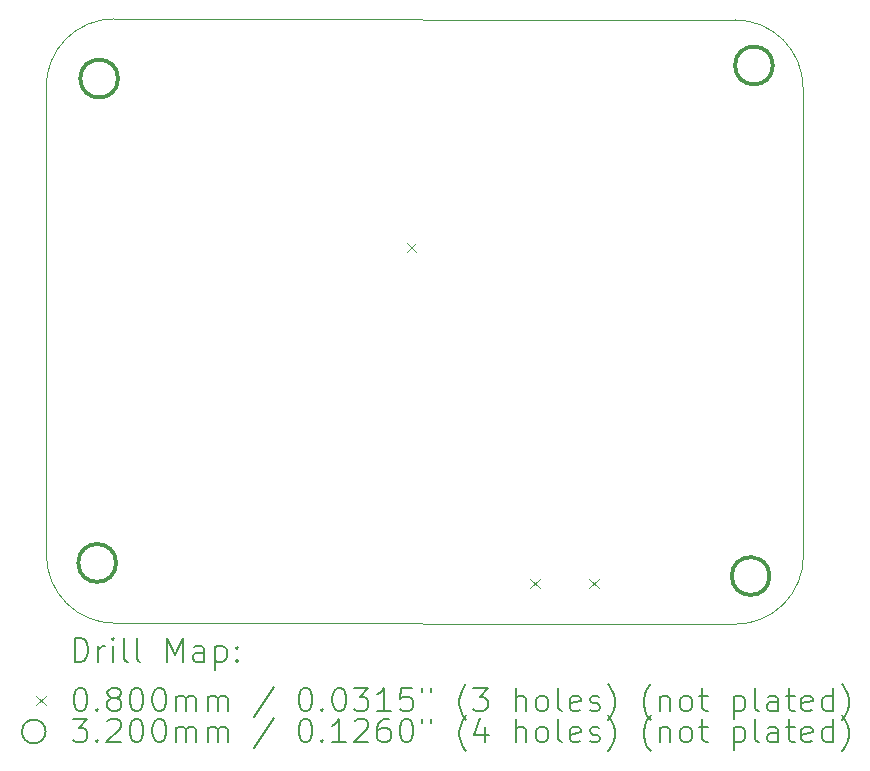
<source format=gbr>
%TF.GenerationSoftware,KiCad,Pcbnew,7.0.2*%
%TF.CreationDate,2023-11-25T19:49:49-03:00*%
%TF.ProjectId,Schematic_monitor,53636865-6d61-4746-9963-5f6d6f6e6974,rev?*%
%TF.SameCoordinates,Original*%
%TF.FileFunction,Drillmap*%
%TF.FilePolarity,Positive*%
%FSLAX45Y45*%
G04 Gerber Fmt 4.5, Leading zero omitted, Abs format (unit mm)*
G04 Created by KiCad (PCBNEW 7.0.2) date 2023-11-25 19:49:49*
%MOMM*%
%LPD*%
G01*
G04 APERTURE LIST*
%ADD10C,0.100000*%
%ADD11C,0.200000*%
%ADD12C,0.080000*%
%ADD13C,0.320000*%
G04 APERTURE END LIST*
D10*
X12301658Y-15585636D02*
X12298999Y-11621999D01*
X18708132Y-11630859D02*
X18710792Y-15594496D01*
X12301658Y-15585636D02*
G75*
G03*
X12877954Y-16161932I576292J-4D01*
G01*
X18708127Y-11630859D02*
G75*
G03*
X18131836Y-11054563I-576287J9D01*
G01*
X12875295Y-11045703D02*
G75*
G03*
X12298999Y-11621999I-3J-576293D01*
G01*
X18131836Y-11054563D02*
X12875295Y-11045703D01*
X18134496Y-16170792D02*
G75*
G03*
X18710792Y-15594496I4J576292D01*
G01*
X12877954Y-16161932D02*
X18134496Y-16170792D01*
D11*
D12*
X15352000Y-12941000D02*
X15432000Y-13021000D01*
X15432000Y-12941000D02*
X15352000Y-13021000D01*
X16396292Y-15784996D02*
X16476292Y-15864996D01*
X16476292Y-15784996D02*
X16396292Y-15864996D01*
X16896292Y-15784996D02*
X16976292Y-15864996D01*
X16976292Y-15784996D02*
X16896292Y-15864996D01*
D13*
X12890792Y-15652496D02*
G75*
G03*
X12890792Y-15652496I-160000J0D01*
G01*
X12907792Y-11551496D02*
G75*
G03*
X12907792Y-11551496I-160000J0D01*
G01*
X18423792Y-15763496D02*
G75*
G03*
X18423792Y-15763496I-160000J0D01*
G01*
X18451792Y-11440496D02*
G75*
G03*
X18451792Y-11440496I-160000J0D01*
G01*
D11*
X12541618Y-16488316D02*
X12541618Y-16288316D01*
X12541618Y-16288316D02*
X12589237Y-16288316D01*
X12589237Y-16288316D02*
X12617808Y-16297840D01*
X12617808Y-16297840D02*
X12636856Y-16316887D01*
X12636856Y-16316887D02*
X12646380Y-16335935D01*
X12646380Y-16335935D02*
X12655903Y-16374030D01*
X12655903Y-16374030D02*
X12655903Y-16402601D01*
X12655903Y-16402601D02*
X12646380Y-16440697D01*
X12646380Y-16440697D02*
X12636856Y-16459744D01*
X12636856Y-16459744D02*
X12617808Y-16478792D01*
X12617808Y-16478792D02*
X12589237Y-16488316D01*
X12589237Y-16488316D02*
X12541618Y-16488316D01*
X12741618Y-16488316D02*
X12741618Y-16354982D01*
X12741618Y-16393078D02*
X12751142Y-16374030D01*
X12751142Y-16374030D02*
X12760665Y-16364506D01*
X12760665Y-16364506D02*
X12779713Y-16354982D01*
X12779713Y-16354982D02*
X12798761Y-16354982D01*
X12865427Y-16488316D02*
X12865427Y-16354982D01*
X12865427Y-16288316D02*
X12855903Y-16297840D01*
X12855903Y-16297840D02*
X12865427Y-16307363D01*
X12865427Y-16307363D02*
X12874951Y-16297840D01*
X12874951Y-16297840D02*
X12865427Y-16288316D01*
X12865427Y-16288316D02*
X12865427Y-16307363D01*
X12989237Y-16488316D02*
X12970189Y-16478792D01*
X12970189Y-16478792D02*
X12960665Y-16459744D01*
X12960665Y-16459744D02*
X12960665Y-16288316D01*
X13093999Y-16488316D02*
X13074951Y-16478792D01*
X13074951Y-16478792D02*
X13065427Y-16459744D01*
X13065427Y-16459744D02*
X13065427Y-16288316D01*
X13322570Y-16488316D02*
X13322570Y-16288316D01*
X13322570Y-16288316D02*
X13389237Y-16431173D01*
X13389237Y-16431173D02*
X13455903Y-16288316D01*
X13455903Y-16288316D02*
X13455903Y-16488316D01*
X13636856Y-16488316D02*
X13636856Y-16383554D01*
X13636856Y-16383554D02*
X13627332Y-16364506D01*
X13627332Y-16364506D02*
X13608284Y-16354982D01*
X13608284Y-16354982D02*
X13570189Y-16354982D01*
X13570189Y-16354982D02*
X13551142Y-16364506D01*
X13636856Y-16478792D02*
X13617808Y-16488316D01*
X13617808Y-16488316D02*
X13570189Y-16488316D01*
X13570189Y-16488316D02*
X13551142Y-16478792D01*
X13551142Y-16478792D02*
X13541618Y-16459744D01*
X13541618Y-16459744D02*
X13541618Y-16440697D01*
X13541618Y-16440697D02*
X13551142Y-16421649D01*
X13551142Y-16421649D02*
X13570189Y-16412125D01*
X13570189Y-16412125D02*
X13617808Y-16412125D01*
X13617808Y-16412125D02*
X13636856Y-16402601D01*
X13732094Y-16354982D02*
X13732094Y-16554982D01*
X13732094Y-16364506D02*
X13751142Y-16354982D01*
X13751142Y-16354982D02*
X13789237Y-16354982D01*
X13789237Y-16354982D02*
X13808284Y-16364506D01*
X13808284Y-16364506D02*
X13817808Y-16374030D01*
X13817808Y-16374030D02*
X13827332Y-16393078D01*
X13827332Y-16393078D02*
X13827332Y-16450220D01*
X13827332Y-16450220D02*
X13817808Y-16469268D01*
X13817808Y-16469268D02*
X13808284Y-16478792D01*
X13808284Y-16478792D02*
X13789237Y-16488316D01*
X13789237Y-16488316D02*
X13751142Y-16488316D01*
X13751142Y-16488316D02*
X13732094Y-16478792D01*
X13913046Y-16469268D02*
X13922570Y-16478792D01*
X13922570Y-16478792D02*
X13913046Y-16488316D01*
X13913046Y-16488316D02*
X13903523Y-16478792D01*
X13903523Y-16478792D02*
X13913046Y-16469268D01*
X13913046Y-16469268D02*
X13913046Y-16488316D01*
X13913046Y-16364506D02*
X13922570Y-16374030D01*
X13922570Y-16374030D02*
X13913046Y-16383554D01*
X13913046Y-16383554D02*
X13903523Y-16374030D01*
X13903523Y-16374030D02*
X13913046Y-16364506D01*
X13913046Y-16364506D02*
X13913046Y-16383554D01*
D12*
X12213999Y-16775792D02*
X12293999Y-16855792D01*
X12293999Y-16775792D02*
X12213999Y-16855792D01*
D11*
X12579713Y-16708316D02*
X12598761Y-16708316D01*
X12598761Y-16708316D02*
X12617808Y-16717840D01*
X12617808Y-16717840D02*
X12627332Y-16727363D01*
X12627332Y-16727363D02*
X12636856Y-16746411D01*
X12636856Y-16746411D02*
X12646380Y-16784506D01*
X12646380Y-16784506D02*
X12646380Y-16832125D01*
X12646380Y-16832125D02*
X12636856Y-16870221D01*
X12636856Y-16870221D02*
X12627332Y-16889268D01*
X12627332Y-16889268D02*
X12617808Y-16898792D01*
X12617808Y-16898792D02*
X12598761Y-16908316D01*
X12598761Y-16908316D02*
X12579713Y-16908316D01*
X12579713Y-16908316D02*
X12560665Y-16898792D01*
X12560665Y-16898792D02*
X12551142Y-16889268D01*
X12551142Y-16889268D02*
X12541618Y-16870221D01*
X12541618Y-16870221D02*
X12532094Y-16832125D01*
X12532094Y-16832125D02*
X12532094Y-16784506D01*
X12532094Y-16784506D02*
X12541618Y-16746411D01*
X12541618Y-16746411D02*
X12551142Y-16727363D01*
X12551142Y-16727363D02*
X12560665Y-16717840D01*
X12560665Y-16717840D02*
X12579713Y-16708316D01*
X12732094Y-16889268D02*
X12741618Y-16898792D01*
X12741618Y-16898792D02*
X12732094Y-16908316D01*
X12732094Y-16908316D02*
X12722570Y-16898792D01*
X12722570Y-16898792D02*
X12732094Y-16889268D01*
X12732094Y-16889268D02*
X12732094Y-16908316D01*
X12855903Y-16794030D02*
X12836856Y-16784506D01*
X12836856Y-16784506D02*
X12827332Y-16774982D01*
X12827332Y-16774982D02*
X12817808Y-16755935D01*
X12817808Y-16755935D02*
X12817808Y-16746411D01*
X12817808Y-16746411D02*
X12827332Y-16727363D01*
X12827332Y-16727363D02*
X12836856Y-16717840D01*
X12836856Y-16717840D02*
X12855903Y-16708316D01*
X12855903Y-16708316D02*
X12893999Y-16708316D01*
X12893999Y-16708316D02*
X12913046Y-16717840D01*
X12913046Y-16717840D02*
X12922570Y-16727363D01*
X12922570Y-16727363D02*
X12932094Y-16746411D01*
X12932094Y-16746411D02*
X12932094Y-16755935D01*
X12932094Y-16755935D02*
X12922570Y-16774982D01*
X12922570Y-16774982D02*
X12913046Y-16784506D01*
X12913046Y-16784506D02*
X12893999Y-16794030D01*
X12893999Y-16794030D02*
X12855903Y-16794030D01*
X12855903Y-16794030D02*
X12836856Y-16803554D01*
X12836856Y-16803554D02*
X12827332Y-16813078D01*
X12827332Y-16813078D02*
X12817808Y-16832125D01*
X12817808Y-16832125D02*
X12817808Y-16870221D01*
X12817808Y-16870221D02*
X12827332Y-16889268D01*
X12827332Y-16889268D02*
X12836856Y-16898792D01*
X12836856Y-16898792D02*
X12855903Y-16908316D01*
X12855903Y-16908316D02*
X12893999Y-16908316D01*
X12893999Y-16908316D02*
X12913046Y-16898792D01*
X12913046Y-16898792D02*
X12922570Y-16889268D01*
X12922570Y-16889268D02*
X12932094Y-16870221D01*
X12932094Y-16870221D02*
X12932094Y-16832125D01*
X12932094Y-16832125D02*
X12922570Y-16813078D01*
X12922570Y-16813078D02*
X12913046Y-16803554D01*
X12913046Y-16803554D02*
X12893999Y-16794030D01*
X13055903Y-16708316D02*
X13074951Y-16708316D01*
X13074951Y-16708316D02*
X13093999Y-16717840D01*
X13093999Y-16717840D02*
X13103523Y-16727363D01*
X13103523Y-16727363D02*
X13113046Y-16746411D01*
X13113046Y-16746411D02*
X13122570Y-16784506D01*
X13122570Y-16784506D02*
X13122570Y-16832125D01*
X13122570Y-16832125D02*
X13113046Y-16870221D01*
X13113046Y-16870221D02*
X13103523Y-16889268D01*
X13103523Y-16889268D02*
X13093999Y-16898792D01*
X13093999Y-16898792D02*
X13074951Y-16908316D01*
X13074951Y-16908316D02*
X13055903Y-16908316D01*
X13055903Y-16908316D02*
X13036856Y-16898792D01*
X13036856Y-16898792D02*
X13027332Y-16889268D01*
X13027332Y-16889268D02*
X13017808Y-16870221D01*
X13017808Y-16870221D02*
X13008284Y-16832125D01*
X13008284Y-16832125D02*
X13008284Y-16784506D01*
X13008284Y-16784506D02*
X13017808Y-16746411D01*
X13017808Y-16746411D02*
X13027332Y-16727363D01*
X13027332Y-16727363D02*
X13036856Y-16717840D01*
X13036856Y-16717840D02*
X13055903Y-16708316D01*
X13246380Y-16708316D02*
X13265427Y-16708316D01*
X13265427Y-16708316D02*
X13284475Y-16717840D01*
X13284475Y-16717840D02*
X13293999Y-16727363D01*
X13293999Y-16727363D02*
X13303523Y-16746411D01*
X13303523Y-16746411D02*
X13313046Y-16784506D01*
X13313046Y-16784506D02*
X13313046Y-16832125D01*
X13313046Y-16832125D02*
X13303523Y-16870221D01*
X13303523Y-16870221D02*
X13293999Y-16889268D01*
X13293999Y-16889268D02*
X13284475Y-16898792D01*
X13284475Y-16898792D02*
X13265427Y-16908316D01*
X13265427Y-16908316D02*
X13246380Y-16908316D01*
X13246380Y-16908316D02*
X13227332Y-16898792D01*
X13227332Y-16898792D02*
X13217808Y-16889268D01*
X13217808Y-16889268D02*
X13208284Y-16870221D01*
X13208284Y-16870221D02*
X13198761Y-16832125D01*
X13198761Y-16832125D02*
X13198761Y-16784506D01*
X13198761Y-16784506D02*
X13208284Y-16746411D01*
X13208284Y-16746411D02*
X13217808Y-16727363D01*
X13217808Y-16727363D02*
X13227332Y-16717840D01*
X13227332Y-16717840D02*
X13246380Y-16708316D01*
X13398761Y-16908316D02*
X13398761Y-16774982D01*
X13398761Y-16794030D02*
X13408284Y-16784506D01*
X13408284Y-16784506D02*
X13427332Y-16774982D01*
X13427332Y-16774982D02*
X13455904Y-16774982D01*
X13455904Y-16774982D02*
X13474951Y-16784506D01*
X13474951Y-16784506D02*
X13484475Y-16803554D01*
X13484475Y-16803554D02*
X13484475Y-16908316D01*
X13484475Y-16803554D02*
X13493999Y-16784506D01*
X13493999Y-16784506D02*
X13513046Y-16774982D01*
X13513046Y-16774982D02*
X13541618Y-16774982D01*
X13541618Y-16774982D02*
X13560665Y-16784506D01*
X13560665Y-16784506D02*
X13570189Y-16803554D01*
X13570189Y-16803554D02*
X13570189Y-16908316D01*
X13665427Y-16908316D02*
X13665427Y-16774982D01*
X13665427Y-16794030D02*
X13674951Y-16784506D01*
X13674951Y-16784506D02*
X13693999Y-16774982D01*
X13693999Y-16774982D02*
X13722570Y-16774982D01*
X13722570Y-16774982D02*
X13741618Y-16784506D01*
X13741618Y-16784506D02*
X13751142Y-16803554D01*
X13751142Y-16803554D02*
X13751142Y-16908316D01*
X13751142Y-16803554D02*
X13760665Y-16784506D01*
X13760665Y-16784506D02*
X13779713Y-16774982D01*
X13779713Y-16774982D02*
X13808284Y-16774982D01*
X13808284Y-16774982D02*
X13827332Y-16784506D01*
X13827332Y-16784506D02*
X13836856Y-16803554D01*
X13836856Y-16803554D02*
X13836856Y-16908316D01*
X14227332Y-16698792D02*
X14055904Y-16955935D01*
X14484475Y-16708316D02*
X14503523Y-16708316D01*
X14503523Y-16708316D02*
X14522570Y-16717840D01*
X14522570Y-16717840D02*
X14532094Y-16727363D01*
X14532094Y-16727363D02*
X14541618Y-16746411D01*
X14541618Y-16746411D02*
X14551142Y-16784506D01*
X14551142Y-16784506D02*
X14551142Y-16832125D01*
X14551142Y-16832125D02*
X14541618Y-16870221D01*
X14541618Y-16870221D02*
X14532094Y-16889268D01*
X14532094Y-16889268D02*
X14522570Y-16898792D01*
X14522570Y-16898792D02*
X14503523Y-16908316D01*
X14503523Y-16908316D02*
X14484475Y-16908316D01*
X14484475Y-16908316D02*
X14465427Y-16898792D01*
X14465427Y-16898792D02*
X14455904Y-16889268D01*
X14455904Y-16889268D02*
X14446380Y-16870221D01*
X14446380Y-16870221D02*
X14436856Y-16832125D01*
X14436856Y-16832125D02*
X14436856Y-16784506D01*
X14436856Y-16784506D02*
X14446380Y-16746411D01*
X14446380Y-16746411D02*
X14455904Y-16727363D01*
X14455904Y-16727363D02*
X14465427Y-16717840D01*
X14465427Y-16717840D02*
X14484475Y-16708316D01*
X14636856Y-16889268D02*
X14646380Y-16898792D01*
X14646380Y-16898792D02*
X14636856Y-16908316D01*
X14636856Y-16908316D02*
X14627332Y-16898792D01*
X14627332Y-16898792D02*
X14636856Y-16889268D01*
X14636856Y-16889268D02*
X14636856Y-16908316D01*
X14770189Y-16708316D02*
X14789237Y-16708316D01*
X14789237Y-16708316D02*
X14808285Y-16717840D01*
X14808285Y-16717840D02*
X14817808Y-16727363D01*
X14817808Y-16727363D02*
X14827332Y-16746411D01*
X14827332Y-16746411D02*
X14836856Y-16784506D01*
X14836856Y-16784506D02*
X14836856Y-16832125D01*
X14836856Y-16832125D02*
X14827332Y-16870221D01*
X14827332Y-16870221D02*
X14817808Y-16889268D01*
X14817808Y-16889268D02*
X14808285Y-16898792D01*
X14808285Y-16898792D02*
X14789237Y-16908316D01*
X14789237Y-16908316D02*
X14770189Y-16908316D01*
X14770189Y-16908316D02*
X14751142Y-16898792D01*
X14751142Y-16898792D02*
X14741618Y-16889268D01*
X14741618Y-16889268D02*
X14732094Y-16870221D01*
X14732094Y-16870221D02*
X14722570Y-16832125D01*
X14722570Y-16832125D02*
X14722570Y-16784506D01*
X14722570Y-16784506D02*
X14732094Y-16746411D01*
X14732094Y-16746411D02*
X14741618Y-16727363D01*
X14741618Y-16727363D02*
X14751142Y-16717840D01*
X14751142Y-16717840D02*
X14770189Y-16708316D01*
X14903523Y-16708316D02*
X15027332Y-16708316D01*
X15027332Y-16708316D02*
X14960666Y-16784506D01*
X14960666Y-16784506D02*
X14989237Y-16784506D01*
X14989237Y-16784506D02*
X15008285Y-16794030D01*
X15008285Y-16794030D02*
X15017808Y-16803554D01*
X15017808Y-16803554D02*
X15027332Y-16822602D01*
X15027332Y-16822602D02*
X15027332Y-16870221D01*
X15027332Y-16870221D02*
X15017808Y-16889268D01*
X15017808Y-16889268D02*
X15008285Y-16898792D01*
X15008285Y-16898792D02*
X14989237Y-16908316D01*
X14989237Y-16908316D02*
X14932094Y-16908316D01*
X14932094Y-16908316D02*
X14913047Y-16898792D01*
X14913047Y-16898792D02*
X14903523Y-16889268D01*
X15217808Y-16908316D02*
X15103523Y-16908316D01*
X15160666Y-16908316D02*
X15160666Y-16708316D01*
X15160666Y-16708316D02*
X15141618Y-16736887D01*
X15141618Y-16736887D02*
X15122570Y-16755935D01*
X15122570Y-16755935D02*
X15103523Y-16765459D01*
X15398761Y-16708316D02*
X15303523Y-16708316D01*
X15303523Y-16708316D02*
X15293999Y-16803554D01*
X15293999Y-16803554D02*
X15303523Y-16794030D01*
X15303523Y-16794030D02*
X15322570Y-16784506D01*
X15322570Y-16784506D02*
X15370189Y-16784506D01*
X15370189Y-16784506D02*
X15389237Y-16794030D01*
X15389237Y-16794030D02*
X15398761Y-16803554D01*
X15398761Y-16803554D02*
X15408285Y-16822602D01*
X15408285Y-16822602D02*
X15408285Y-16870221D01*
X15408285Y-16870221D02*
X15398761Y-16889268D01*
X15398761Y-16889268D02*
X15389237Y-16898792D01*
X15389237Y-16898792D02*
X15370189Y-16908316D01*
X15370189Y-16908316D02*
X15322570Y-16908316D01*
X15322570Y-16908316D02*
X15303523Y-16898792D01*
X15303523Y-16898792D02*
X15293999Y-16889268D01*
X15484475Y-16708316D02*
X15484475Y-16746411D01*
X15560666Y-16708316D02*
X15560666Y-16746411D01*
X15855904Y-16984506D02*
X15846380Y-16974982D01*
X15846380Y-16974982D02*
X15827332Y-16946411D01*
X15827332Y-16946411D02*
X15817809Y-16927363D01*
X15817809Y-16927363D02*
X15808285Y-16898792D01*
X15808285Y-16898792D02*
X15798761Y-16851173D01*
X15798761Y-16851173D02*
X15798761Y-16813078D01*
X15798761Y-16813078D02*
X15808285Y-16765459D01*
X15808285Y-16765459D02*
X15817809Y-16736887D01*
X15817809Y-16736887D02*
X15827332Y-16717840D01*
X15827332Y-16717840D02*
X15846380Y-16689268D01*
X15846380Y-16689268D02*
X15855904Y-16679744D01*
X15913047Y-16708316D02*
X16036856Y-16708316D01*
X16036856Y-16708316D02*
X15970189Y-16784506D01*
X15970189Y-16784506D02*
X15998761Y-16784506D01*
X15998761Y-16784506D02*
X16017809Y-16794030D01*
X16017809Y-16794030D02*
X16027332Y-16803554D01*
X16027332Y-16803554D02*
X16036856Y-16822602D01*
X16036856Y-16822602D02*
X16036856Y-16870221D01*
X16036856Y-16870221D02*
X16027332Y-16889268D01*
X16027332Y-16889268D02*
X16017809Y-16898792D01*
X16017809Y-16898792D02*
X15998761Y-16908316D01*
X15998761Y-16908316D02*
X15941618Y-16908316D01*
X15941618Y-16908316D02*
X15922570Y-16898792D01*
X15922570Y-16898792D02*
X15913047Y-16889268D01*
X16274951Y-16908316D02*
X16274951Y-16708316D01*
X16360666Y-16908316D02*
X16360666Y-16803554D01*
X16360666Y-16803554D02*
X16351142Y-16784506D01*
X16351142Y-16784506D02*
X16332094Y-16774982D01*
X16332094Y-16774982D02*
X16303523Y-16774982D01*
X16303523Y-16774982D02*
X16284475Y-16784506D01*
X16284475Y-16784506D02*
X16274951Y-16794030D01*
X16484475Y-16908316D02*
X16465428Y-16898792D01*
X16465428Y-16898792D02*
X16455904Y-16889268D01*
X16455904Y-16889268D02*
X16446380Y-16870221D01*
X16446380Y-16870221D02*
X16446380Y-16813078D01*
X16446380Y-16813078D02*
X16455904Y-16794030D01*
X16455904Y-16794030D02*
X16465428Y-16784506D01*
X16465428Y-16784506D02*
X16484475Y-16774982D01*
X16484475Y-16774982D02*
X16513047Y-16774982D01*
X16513047Y-16774982D02*
X16532094Y-16784506D01*
X16532094Y-16784506D02*
X16541618Y-16794030D01*
X16541618Y-16794030D02*
X16551142Y-16813078D01*
X16551142Y-16813078D02*
X16551142Y-16870221D01*
X16551142Y-16870221D02*
X16541618Y-16889268D01*
X16541618Y-16889268D02*
X16532094Y-16898792D01*
X16532094Y-16898792D02*
X16513047Y-16908316D01*
X16513047Y-16908316D02*
X16484475Y-16908316D01*
X16665428Y-16908316D02*
X16646380Y-16898792D01*
X16646380Y-16898792D02*
X16636856Y-16879744D01*
X16636856Y-16879744D02*
X16636856Y-16708316D01*
X16817809Y-16898792D02*
X16798761Y-16908316D01*
X16798761Y-16908316D02*
X16760666Y-16908316D01*
X16760666Y-16908316D02*
X16741618Y-16898792D01*
X16741618Y-16898792D02*
X16732094Y-16879744D01*
X16732094Y-16879744D02*
X16732094Y-16803554D01*
X16732094Y-16803554D02*
X16741618Y-16784506D01*
X16741618Y-16784506D02*
X16760666Y-16774982D01*
X16760666Y-16774982D02*
X16798761Y-16774982D01*
X16798761Y-16774982D02*
X16817809Y-16784506D01*
X16817809Y-16784506D02*
X16827333Y-16803554D01*
X16827333Y-16803554D02*
X16827333Y-16822602D01*
X16827333Y-16822602D02*
X16732094Y-16841649D01*
X16903523Y-16898792D02*
X16922571Y-16908316D01*
X16922571Y-16908316D02*
X16960666Y-16908316D01*
X16960666Y-16908316D02*
X16979714Y-16898792D01*
X16979714Y-16898792D02*
X16989237Y-16879744D01*
X16989237Y-16879744D02*
X16989237Y-16870221D01*
X16989237Y-16870221D02*
X16979714Y-16851173D01*
X16979714Y-16851173D02*
X16960666Y-16841649D01*
X16960666Y-16841649D02*
X16932094Y-16841649D01*
X16932094Y-16841649D02*
X16913047Y-16832125D01*
X16913047Y-16832125D02*
X16903523Y-16813078D01*
X16903523Y-16813078D02*
X16903523Y-16803554D01*
X16903523Y-16803554D02*
X16913047Y-16784506D01*
X16913047Y-16784506D02*
X16932094Y-16774982D01*
X16932094Y-16774982D02*
X16960666Y-16774982D01*
X16960666Y-16774982D02*
X16979714Y-16784506D01*
X17055904Y-16984506D02*
X17065428Y-16974982D01*
X17065428Y-16974982D02*
X17084475Y-16946411D01*
X17084475Y-16946411D02*
X17093999Y-16927363D01*
X17093999Y-16927363D02*
X17103523Y-16898792D01*
X17103523Y-16898792D02*
X17113047Y-16851173D01*
X17113047Y-16851173D02*
X17113047Y-16813078D01*
X17113047Y-16813078D02*
X17103523Y-16765459D01*
X17103523Y-16765459D02*
X17093999Y-16736887D01*
X17093999Y-16736887D02*
X17084475Y-16717840D01*
X17084475Y-16717840D02*
X17065428Y-16689268D01*
X17065428Y-16689268D02*
X17055904Y-16679744D01*
X17417809Y-16984506D02*
X17408285Y-16974982D01*
X17408285Y-16974982D02*
X17389237Y-16946411D01*
X17389237Y-16946411D02*
X17379714Y-16927363D01*
X17379714Y-16927363D02*
X17370190Y-16898792D01*
X17370190Y-16898792D02*
X17360666Y-16851173D01*
X17360666Y-16851173D02*
X17360666Y-16813078D01*
X17360666Y-16813078D02*
X17370190Y-16765459D01*
X17370190Y-16765459D02*
X17379714Y-16736887D01*
X17379714Y-16736887D02*
X17389237Y-16717840D01*
X17389237Y-16717840D02*
X17408285Y-16689268D01*
X17408285Y-16689268D02*
X17417809Y-16679744D01*
X17493999Y-16774982D02*
X17493999Y-16908316D01*
X17493999Y-16794030D02*
X17503523Y-16784506D01*
X17503523Y-16784506D02*
X17522571Y-16774982D01*
X17522571Y-16774982D02*
X17551142Y-16774982D01*
X17551142Y-16774982D02*
X17570190Y-16784506D01*
X17570190Y-16784506D02*
X17579714Y-16803554D01*
X17579714Y-16803554D02*
X17579714Y-16908316D01*
X17703523Y-16908316D02*
X17684475Y-16898792D01*
X17684475Y-16898792D02*
X17674952Y-16889268D01*
X17674952Y-16889268D02*
X17665428Y-16870221D01*
X17665428Y-16870221D02*
X17665428Y-16813078D01*
X17665428Y-16813078D02*
X17674952Y-16794030D01*
X17674952Y-16794030D02*
X17684475Y-16784506D01*
X17684475Y-16784506D02*
X17703523Y-16774982D01*
X17703523Y-16774982D02*
X17732095Y-16774982D01*
X17732095Y-16774982D02*
X17751142Y-16784506D01*
X17751142Y-16784506D02*
X17760666Y-16794030D01*
X17760666Y-16794030D02*
X17770190Y-16813078D01*
X17770190Y-16813078D02*
X17770190Y-16870221D01*
X17770190Y-16870221D02*
X17760666Y-16889268D01*
X17760666Y-16889268D02*
X17751142Y-16898792D01*
X17751142Y-16898792D02*
X17732095Y-16908316D01*
X17732095Y-16908316D02*
X17703523Y-16908316D01*
X17827333Y-16774982D02*
X17903523Y-16774982D01*
X17855904Y-16708316D02*
X17855904Y-16879744D01*
X17855904Y-16879744D02*
X17865428Y-16898792D01*
X17865428Y-16898792D02*
X17884475Y-16908316D01*
X17884475Y-16908316D02*
X17903523Y-16908316D01*
X18122571Y-16774982D02*
X18122571Y-16974982D01*
X18122571Y-16784506D02*
X18141618Y-16774982D01*
X18141618Y-16774982D02*
X18179714Y-16774982D01*
X18179714Y-16774982D02*
X18198761Y-16784506D01*
X18198761Y-16784506D02*
X18208285Y-16794030D01*
X18208285Y-16794030D02*
X18217809Y-16813078D01*
X18217809Y-16813078D02*
X18217809Y-16870221D01*
X18217809Y-16870221D02*
X18208285Y-16889268D01*
X18208285Y-16889268D02*
X18198761Y-16898792D01*
X18198761Y-16898792D02*
X18179714Y-16908316D01*
X18179714Y-16908316D02*
X18141618Y-16908316D01*
X18141618Y-16908316D02*
X18122571Y-16898792D01*
X18332095Y-16908316D02*
X18313047Y-16898792D01*
X18313047Y-16898792D02*
X18303523Y-16879744D01*
X18303523Y-16879744D02*
X18303523Y-16708316D01*
X18493999Y-16908316D02*
X18493999Y-16803554D01*
X18493999Y-16803554D02*
X18484476Y-16784506D01*
X18484476Y-16784506D02*
X18465428Y-16774982D01*
X18465428Y-16774982D02*
X18427333Y-16774982D01*
X18427333Y-16774982D02*
X18408285Y-16784506D01*
X18493999Y-16898792D02*
X18474952Y-16908316D01*
X18474952Y-16908316D02*
X18427333Y-16908316D01*
X18427333Y-16908316D02*
X18408285Y-16898792D01*
X18408285Y-16898792D02*
X18398761Y-16879744D01*
X18398761Y-16879744D02*
X18398761Y-16860697D01*
X18398761Y-16860697D02*
X18408285Y-16841649D01*
X18408285Y-16841649D02*
X18427333Y-16832125D01*
X18427333Y-16832125D02*
X18474952Y-16832125D01*
X18474952Y-16832125D02*
X18493999Y-16822602D01*
X18560666Y-16774982D02*
X18636856Y-16774982D01*
X18589237Y-16708316D02*
X18589237Y-16879744D01*
X18589237Y-16879744D02*
X18598761Y-16898792D01*
X18598761Y-16898792D02*
X18617809Y-16908316D01*
X18617809Y-16908316D02*
X18636856Y-16908316D01*
X18779714Y-16898792D02*
X18760666Y-16908316D01*
X18760666Y-16908316D02*
X18722571Y-16908316D01*
X18722571Y-16908316D02*
X18703523Y-16898792D01*
X18703523Y-16898792D02*
X18693999Y-16879744D01*
X18693999Y-16879744D02*
X18693999Y-16803554D01*
X18693999Y-16803554D02*
X18703523Y-16784506D01*
X18703523Y-16784506D02*
X18722571Y-16774982D01*
X18722571Y-16774982D02*
X18760666Y-16774982D01*
X18760666Y-16774982D02*
X18779714Y-16784506D01*
X18779714Y-16784506D02*
X18789237Y-16803554D01*
X18789237Y-16803554D02*
X18789237Y-16822602D01*
X18789237Y-16822602D02*
X18693999Y-16841649D01*
X18960666Y-16908316D02*
X18960666Y-16708316D01*
X18960666Y-16898792D02*
X18941618Y-16908316D01*
X18941618Y-16908316D02*
X18903523Y-16908316D01*
X18903523Y-16908316D02*
X18884476Y-16898792D01*
X18884476Y-16898792D02*
X18874952Y-16889268D01*
X18874952Y-16889268D02*
X18865428Y-16870221D01*
X18865428Y-16870221D02*
X18865428Y-16813078D01*
X18865428Y-16813078D02*
X18874952Y-16794030D01*
X18874952Y-16794030D02*
X18884476Y-16784506D01*
X18884476Y-16784506D02*
X18903523Y-16774982D01*
X18903523Y-16774982D02*
X18941618Y-16774982D01*
X18941618Y-16774982D02*
X18960666Y-16784506D01*
X19036857Y-16984506D02*
X19046380Y-16974982D01*
X19046380Y-16974982D02*
X19065428Y-16946411D01*
X19065428Y-16946411D02*
X19074952Y-16927363D01*
X19074952Y-16927363D02*
X19084476Y-16898792D01*
X19084476Y-16898792D02*
X19093999Y-16851173D01*
X19093999Y-16851173D02*
X19093999Y-16813078D01*
X19093999Y-16813078D02*
X19084476Y-16765459D01*
X19084476Y-16765459D02*
X19074952Y-16736887D01*
X19074952Y-16736887D02*
X19065428Y-16717840D01*
X19065428Y-16717840D02*
X19046380Y-16689268D01*
X19046380Y-16689268D02*
X19036857Y-16679744D01*
X12293999Y-17079792D02*
G75*
G03*
X12293999Y-17079792I-100000J0D01*
G01*
X12522570Y-16972316D02*
X12646380Y-16972316D01*
X12646380Y-16972316D02*
X12579713Y-17048506D01*
X12579713Y-17048506D02*
X12608284Y-17048506D01*
X12608284Y-17048506D02*
X12627332Y-17058030D01*
X12627332Y-17058030D02*
X12636856Y-17067554D01*
X12636856Y-17067554D02*
X12646380Y-17086602D01*
X12646380Y-17086602D02*
X12646380Y-17134221D01*
X12646380Y-17134221D02*
X12636856Y-17153268D01*
X12636856Y-17153268D02*
X12627332Y-17162792D01*
X12627332Y-17162792D02*
X12608284Y-17172316D01*
X12608284Y-17172316D02*
X12551142Y-17172316D01*
X12551142Y-17172316D02*
X12532094Y-17162792D01*
X12532094Y-17162792D02*
X12522570Y-17153268D01*
X12732094Y-17153268D02*
X12741618Y-17162792D01*
X12741618Y-17162792D02*
X12732094Y-17172316D01*
X12732094Y-17172316D02*
X12722570Y-17162792D01*
X12722570Y-17162792D02*
X12732094Y-17153268D01*
X12732094Y-17153268D02*
X12732094Y-17172316D01*
X12817808Y-16991363D02*
X12827332Y-16981840D01*
X12827332Y-16981840D02*
X12846380Y-16972316D01*
X12846380Y-16972316D02*
X12893999Y-16972316D01*
X12893999Y-16972316D02*
X12913046Y-16981840D01*
X12913046Y-16981840D02*
X12922570Y-16991363D01*
X12922570Y-16991363D02*
X12932094Y-17010411D01*
X12932094Y-17010411D02*
X12932094Y-17029459D01*
X12932094Y-17029459D02*
X12922570Y-17058030D01*
X12922570Y-17058030D02*
X12808284Y-17172316D01*
X12808284Y-17172316D02*
X12932094Y-17172316D01*
X13055903Y-16972316D02*
X13074951Y-16972316D01*
X13074951Y-16972316D02*
X13093999Y-16981840D01*
X13093999Y-16981840D02*
X13103523Y-16991363D01*
X13103523Y-16991363D02*
X13113046Y-17010411D01*
X13113046Y-17010411D02*
X13122570Y-17048506D01*
X13122570Y-17048506D02*
X13122570Y-17096125D01*
X13122570Y-17096125D02*
X13113046Y-17134221D01*
X13113046Y-17134221D02*
X13103523Y-17153268D01*
X13103523Y-17153268D02*
X13093999Y-17162792D01*
X13093999Y-17162792D02*
X13074951Y-17172316D01*
X13074951Y-17172316D02*
X13055903Y-17172316D01*
X13055903Y-17172316D02*
X13036856Y-17162792D01*
X13036856Y-17162792D02*
X13027332Y-17153268D01*
X13027332Y-17153268D02*
X13017808Y-17134221D01*
X13017808Y-17134221D02*
X13008284Y-17096125D01*
X13008284Y-17096125D02*
X13008284Y-17048506D01*
X13008284Y-17048506D02*
X13017808Y-17010411D01*
X13017808Y-17010411D02*
X13027332Y-16991363D01*
X13027332Y-16991363D02*
X13036856Y-16981840D01*
X13036856Y-16981840D02*
X13055903Y-16972316D01*
X13246380Y-16972316D02*
X13265427Y-16972316D01*
X13265427Y-16972316D02*
X13284475Y-16981840D01*
X13284475Y-16981840D02*
X13293999Y-16991363D01*
X13293999Y-16991363D02*
X13303523Y-17010411D01*
X13303523Y-17010411D02*
X13313046Y-17048506D01*
X13313046Y-17048506D02*
X13313046Y-17096125D01*
X13313046Y-17096125D02*
X13303523Y-17134221D01*
X13303523Y-17134221D02*
X13293999Y-17153268D01*
X13293999Y-17153268D02*
X13284475Y-17162792D01*
X13284475Y-17162792D02*
X13265427Y-17172316D01*
X13265427Y-17172316D02*
X13246380Y-17172316D01*
X13246380Y-17172316D02*
X13227332Y-17162792D01*
X13227332Y-17162792D02*
X13217808Y-17153268D01*
X13217808Y-17153268D02*
X13208284Y-17134221D01*
X13208284Y-17134221D02*
X13198761Y-17096125D01*
X13198761Y-17096125D02*
X13198761Y-17048506D01*
X13198761Y-17048506D02*
X13208284Y-17010411D01*
X13208284Y-17010411D02*
X13217808Y-16991363D01*
X13217808Y-16991363D02*
X13227332Y-16981840D01*
X13227332Y-16981840D02*
X13246380Y-16972316D01*
X13398761Y-17172316D02*
X13398761Y-17038982D01*
X13398761Y-17058030D02*
X13408284Y-17048506D01*
X13408284Y-17048506D02*
X13427332Y-17038982D01*
X13427332Y-17038982D02*
X13455904Y-17038982D01*
X13455904Y-17038982D02*
X13474951Y-17048506D01*
X13474951Y-17048506D02*
X13484475Y-17067554D01*
X13484475Y-17067554D02*
X13484475Y-17172316D01*
X13484475Y-17067554D02*
X13493999Y-17048506D01*
X13493999Y-17048506D02*
X13513046Y-17038982D01*
X13513046Y-17038982D02*
X13541618Y-17038982D01*
X13541618Y-17038982D02*
X13560665Y-17048506D01*
X13560665Y-17048506D02*
X13570189Y-17067554D01*
X13570189Y-17067554D02*
X13570189Y-17172316D01*
X13665427Y-17172316D02*
X13665427Y-17038982D01*
X13665427Y-17058030D02*
X13674951Y-17048506D01*
X13674951Y-17048506D02*
X13693999Y-17038982D01*
X13693999Y-17038982D02*
X13722570Y-17038982D01*
X13722570Y-17038982D02*
X13741618Y-17048506D01*
X13741618Y-17048506D02*
X13751142Y-17067554D01*
X13751142Y-17067554D02*
X13751142Y-17172316D01*
X13751142Y-17067554D02*
X13760665Y-17048506D01*
X13760665Y-17048506D02*
X13779713Y-17038982D01*
X13779713Y-17038982D02*
X13808284Y-17038982D01*
X13808284Y-17038982D02*
X13827332Y-17048506D01*
X13827332Y-17048506D02*
X13836856Y-17067554D01*
X13836856Y-17067554D02*
X13836856Y-17172316D01*
X14227332Y-16962792D02*
X14055904Y-17219935D01*
X14484475Y-16972316D02*
X14503523Y-16972316D01*
X14503523Y-16972316D02*
X14522570Y-16981840D01*
X14522570Y-16981840D02*
X14532094Y-16991363D01*
X14532094Y-16991363D02*
X14541618Y-17010411D01*
X14541618Y-17010411D02*
X14551142Y-17048506D01*
X14551142Y-17048506D02*
X14551142Y-17096125D01*
X14551142Y-17096125D02*
X14541618Y-17134221D01*
X14541618Y-17134221D02*
X14532094Y-17153268D01*
X14532094Y-17153268D02*
X14522570Y-17162792D01*
X14522570Y-17162792D02*
X14503523Y-17172316D01*
X14503523Y-17172316D02*
X14484475Y-17172316D01*
X14484475Y-17172316D02*
X14465427Y-17162792D01*
X14465427Y-17162792D02*
X14455904Y-17153268D01*
X14455904Y-17153268D02*
X14446380Y-17134221D01*
X14446380Y-17134221D02*
X14436856Y-17096125D01*
X14436856Y-17096125D02*
X14436856Y-17048506D01*
X14436856Y-17048506D02*
X14446380Y-17010411D01*
X14446380Y-17010411D02*
X14455904Y-16991363D01*
X14455904Y-16991363D02*
X14465427Y-16981840D01*
X14465427Y-16981840D02*
X14484475Y-16972316D01*
X14636856Y-17153268D02*
X14646380Y-17162792D01*
X14646380Y-17162792D02*
X14636856Y-17172316D01*
X14636856Y-17172316D02*
X14627332Y-17162792D01*
X14627332Y-17162792D02*
X14636856Y-17153268D01*
X14636856Y-17153268D02*
X14636856Y-17172316D01*
X14836856Y-17172316D02*
X14722570Y-17172316D01*
X14779713Y-17172316D02*
X14779713Y-16972316D01*
X14779713Y-16972316D02*
X14760666Y-17000887D01*
X14760666Y-17000887D02*
X14741618Y-17019935D01*
X14741618Y-17019935D02*
X14722570Y-17029459D01*
X14913047Y-16991363D02*
X14922570Y-16981840D01*
X14922570Y-16981840D02*
X14941618Y-16972316D01*
X14941618Y-16972316D02*
X14989237Y-16972316D01*
X14989237Y-16972316D02*
X15008285Y-16981840D01*
X15008285Y-16981840D02*
X15017808Y-16991363D01*
X15017808Y-16991363D02*
X15027332Y-17010411D01*
X15027332Y-17010411D02*
X15027332Y-17029459D01*
X15027332Y-17029459D02*
X15017808Y-17058030D01*
X15017808Y-17058030D02*
X14903523Y-17172316D01*
X14903523Y-17172316D02*
X15027332Y-17172316D01*
X15198761Y-16972316D02*
X15160666Y-16972316D01*
X15160666Y-16972316D02*
X15141618Y-16981840D01*
X15141618Y-16981840D02*
X15132094Y-16991363D01*
X15132094Y-16991363D02*
X15113047Y-17019935D01*
X15113047Y-17019935D02*
X15103523Y-17058030D01*
X15103523Y-17058030D02*
X15103523Y-17134221D01*
X15103523Y-17134221D02*
X15113047Y-17153268D01*
X15113047Y-17153268D02*
X15122570Y-17162792D01*
X15122570Y-17162792D02*
X15141618Y-17172316D01*
X15141618Y-17172316D02*
X15179713Y-17172316D01*
X15179713Y-17172316D02*
X15198761Y-17162792D01*
X15198761Y-17162792D02*
X15208285Y-17153268D01*
X15208285Y-17153268D02*
X15217808Y-17134221D01*
X15217808Y-17134221D02*
X15217808Y-17086602D01*
X15217808Y-17086602D02*
X15208285Y-17067554D01*
X15208285Y-17067554D02*
X15198761Y-17058030D01*
X15198761Y-17058030D02*
X15179713Y-17048506D01*
X15179713Y-17048506D02*
X15141618Y-17048506D01*
X15141618Y-17048506D02*
X15122570Y-17058030D01*
X15122570Y-17058030D02*
X15113047Y-17067554D01*
X15113047Y-17067554D02*
X15103523Y-17086602D01*
X15341618Y-16972316D02*
X15360666Y-16972316D01*
X15360666Y-16972316D02*
X15379713Y-16981840D01*
X15379713Y-16981840D02*
X15389237Y-16991363D01*
X15389237Y-16991363D02*
X15398761Y-17010411D01*
X15398761Y-17010411D02*
X15408285Y-17048506D01*
X15408285Y-17048506D02*
X15408285Y-17096125D01*
X15408285Y-17096125D02*
X15398761Y-17134221D01*
X15398761Y-17134221D02*
X15389237Y-17153268D01*
X15389237Y-17153268D02*
X15379713Y-17162792D01*
X15379713Y-17162792D02*
X15360666Y-17172316D01*
X15360666Y-17172316D02*
X15341618Y-17172316D01*
X15341618Y-17172316D02*
X15322570Y-17162792D01*
X15322570Y-17162792D02*
X15313047Y-17153268D01*
X15313047Y-17153268D02*
X15303523Y-17134221D01*
X15303523Y-17134221D02*
X15293999Y-17096125D01*
X15293999Y-17096125D02*
X15293999Y-17048506D01*
X15293999Y-17048506D02*
X15303523Y-17010411D01*
X15303523Y-17010411D02*
X15313047Y-16991363D01*
X15313047Y-16991363D02*
X15322570Y-16981840D01*
X15322570Y-16981840D02*
X15341618Y-16972316D01*
X15484475Y-16972316D02*
X15484475Y-17010411D01*
X15560666Y-16972316D02*
X15560666Y-17010411D01*
X15855904Y-17248506D02*
X15846380Y-17238982D01*
X15846380Y-17238982D02*
X15827332Y-17210411D01*
X15827332Y-17210411D02*
X15817809Y-17191363D01*
X15817809Y-17191363D02*
X15808285Y-17162792D01*
X15808285Y-17162792D02*
X15798761Y-17115173D01*
X15798761Y-17115173D02*
X15798761Y-17077078D01*
X15798761Y-17077078D02*
X15808285Y-17029459D01*
X15808285Y-17029459D02*
X15817809Y-17000887D01*
X15817809Y-17000887D02*
X15827332Y-16981840D01*
X15827332Y-16981840D02*
X15846380Y-16953268D01*
X15846380Y-16953268D02*
X15855904Y-16943744D01*
X16017809Y-17038982D02*
X16017809Y-17172316D01*
X15970189Y-16962792D02*
X15922570Y-17105649D01*
X15922570Y-17105649D02*
X16046380Y-17105649D01*
X16274951Y-17172316D02*
X16274951Y-16972316D01*
X16360666Y-17172316D02*
X16360666Y-17067554D01*
X16360666Y-17067554D02*
X16351142Y-17048506D01*
X16351142Y-17048506D02*
X16332094Y-17038982D01*
X16332094Y-17038982D02*
X16303523Y-17038982D01*
X16303523Y-17038982D02*
X16284475Y-17048506D01*
X16284475Y-17048506D02*
X16274951Y-17058030D01*
X16484475Y-17172316D02*
X16465428Y-17162792D01*
X16465428Y-17162792D02*
X16455904Y-17153268D01*
X16455904Y-17153268D02*
X16446380Y-17134221D01*
X16446380Y-17134221D02*
X16446380Y-17077078D01*
X16446380Y-17077078D02*
X16455904Y-17058030D01*
X16455904Y-17058030D02*
X16465428Y-17048506D01*
X16465428Y-17048506D02*
X16484475Y-17038982D01*
X16484475Y-17038982D02*
X16513047Y-17038982D01*
X16513047Y-17038982D02*
X16532094Y-17048506D01*
X16532094Y-17048506D02*
X16541618Y-17058030D01*
X16541618Y-17058030D02*
X16551142Y-17077078D01*
X16551142Y-17077078D02*
X16551142Y-17134221D01*
X16551142Y-17134221D02*
X16541618Y-17153268D01*
X16541618Y-17153268D02*
X16532094Y-17162792D01*
X16532094Y-17162792D02*
X16513047Y-17172316D01*
X16513047Y-17172316D02*
X16484475Y-17172316D01*
X16665428Y-17172316D02*
X16646380Y-17162792D01*
X16646380Y-17162792D02*
X16636856Y-17143744D01*
X16636856Y-17143744D02*
X16636856Y-16972316D01*
X16817809Y-17162792D02*
X16798761Y-17172316D01*
X16798761Y-17172316D02*
X16760666Y-17172316D01*
X16760666Y-17172316D02*
X16741618Y-17162792D01*
X16741618Y-17162792D02*
X16732094Y-17143744D01*
X16732094Y-17143744D02*
X16732094Y-17067554D01*
X16732094Y-17067554D02*
X16741618Y-17048506D01*
X16741618Y-17048506D02*
X16760666Y-17038982D01*
X16760666Y-17038982D02*
X16798761Y-17038982D01*
X16798761Y-17038982D02*
X16817809Y-17048506D01*
X16817809Y-17048506D02*
X16827333Y-17067554D01*
X16827333Y-17067554D02*
X16827333Y-17086602D01*
X16827333Y-17086602D02*
X16732094Y-17105649D01*
X16903523Y-17162792D02*
X16922571Y-17172316D01*
X16922571Y-17172316D02*
X16960666Y-17172316D01*
X16960666Y-17172316D02*
X16979714Y-17162792D01*
X16979714Y-17162792D02*
X16989237Y-17143744D01*
X16989237Y-17143744D02*
X16989237Y-17134221D01*
X16989237Y-17134221D02*
X16979714Y-17115173D01*
X16979714Y-17115173D02*
X16960666Y-17105649D01*
X16960666Y-17105649D02*
X16932094Y-17105649D01*
X16932094Y-17105649D02*
X16913047Y-17096125D01*
X16913047Y-17096125D02*
X16903523Y-17077078D01*
X16903523Y-17077078D02*
X16903523Y-17067554D01*
X16903523Y-17067554D02*
X16913047Y-17048506D01*
X16913047Y-17048506D02*
X16932094Y-17038982D01*
X16932094Y-17038982D02*
X16960666Y-17038982D01*
X16960666Y-17038982D02*
X16979714Y-17048506D01*
X17055904Y-17248506D02*
X17065428Y-17238982D01*
X17065428Y-17238982D02*
X17084475Y-17210411D01*
X17084475Y-17210411D02*
X17093999Y-17191363D01*
X17093999Y-17191363D02*
X17103523Y-17162792D01*
X17103523Y-17162792D02*
X17113047Y-17115173D01*
X17113047Y-17115173D02*
X17113047Y-17077078D01*
X17113047Y-17077078D02*
X17103523Y-17029459D01*
X17103523Y-17029459D02*
X17093999Y-17000887D01*
X17093999Y-17000887D02*
X17084475Y-16981840D01*
X17084475Y-16981840D02*
X17065428Y-16953268D01*
X17065428Y-16953268D02*
X17055904Y-16943744D01*
X17417809Y-17248506D02*
X17408285Y-17238982D01*
X17408285Y-17238982D02*
X17389237Y-17210411D01*
X17389237Y-17210411D02*
X17379714Y-17191363D01*
X17379714Y-17191363D02*
X17370190Y-17162792D01*
X17370190Y-17162792D02*
X17360666Y-17115173D01*
X17360666Y-17115173D02*
X17360666Y-17077078D01*
X17360666Y-17077078D02*
X17370190Y-17029459D01*
X17370190Y-17029459D02*
X17379714Y-17000887D01*
X17379714Y-17000887D02*
X17389237Y-16981840D01*
X17389237Y-16981840D02*
X17408285Y-16953268D01*
X17408285Y-16953268D02*
X17417809Y-16943744D01*
X17493999Y-17038982D02*
X17493999Y-17172316D01*
X17493999Y-17058030D02*
X17503523Y-17048506D01*
X17503523Y-17048506D02*
X17522571Y-17038982D01*
X17522571Y-17038982D02*
X17551142Y-17038982D01*
X17551142Y-17038982D02*
X17570190Y-17048506D01*
X17570190Y-17048506D02*
X17579714Y-17067554D01*
X17579714Y-17067554D02*
X17579714Y-17172316D01*
X17703523Y-17172316D02*
X17684475Y-17162792D01*
X17684475Y-17162792D02*
X17674952Y-17153268D01*
X17674952Y-17153268D02*
X17665428Y-17134221D01*
X17665428Y-17134221D02*
X17665428Y-17077078D01*
X17665428Y-17077078D02*
X17674952Y-17058030D01*
X17674952Y-17058030D02*
X17684475Y-17048506D01*
X17684475Y-17048506D02*
X17703523Y-17038982D01*
X17703523Y-17038982D02*
X17732095Y-17038982D01*
X17732095Y-17038982D02*
X17751142Y-17048506D01*
X17751142Y-17048506D02*
X17760666Y-17058030D01*
X17760666Y-17058030D02*
X17770190Y-17077078D01*
X17770190Y-17077078D02*
X17770190Y-17134221D01*
X17770190Y-17134221D02*
X17760666Y-17153268D01*
X17760666Y-17153268D02*
X17751142Y-17162792D01*
X17751142Y-17162792D02*
X17732095Y-17172316D01*
X17732095Y-17172316D02*
X17703523Y-17172316D01*
X17827333Y-17038982D02*
X17903523Y-17038982D01*
X17855904Y-16972316D02*
X17855904Y-17143744D01*
X17855904Y-17143744D02*
X17865428Y-17162792D01*
X17865428Y-17162792D02*
X17884475Y-17172316D01*
X17884475Y-17172316D02*
X17903523Y-17172316D01*
X18122571Y-17038982D02*
X18122571Y-17238982D01*
X18122571Y-17048506D02*
X18141618Y-17038982D01*
X18141618Y-17038982D02*
X18179714Y-17038982D01*
X18179714Y-17038982D02*
X18198761Y-17048506D01*
X18198761Y-17048506D02*
X18208285Y-17058030D01*
X18208285Y-17058030D02*
X18217809Y-17077078D01*
X18217809Y-17077078D02*
X18217809Y-17134221D01*
X18217809Y-17134221D02*
X18208285Y-17153268D01*
X18208285Y-17153268D02*
X18198761Y-17162792D01*
X18198761Y-17162792D02*
X18179714Y-17172316D01*
X18179714Y-17172316D02*
X18141618Y-17172316D01*
X18141618Y-17172316D02*
X18122571Y-17162792D01*
X18332095Y-17172316D02*
X18313047Y-17162792D01*
X18313047Y-17162792D02*
X18303523Y-17143744D01*
X18303523Y-17143744D02*
X18303523Y-16972316D01*
X18493999Y-17172316D02*
X18493999Y-17067554D01*
X18493999Y-17067554D02*
X18484476Y-17048506D01*
X18484476Y-17048506D02*
X18465428Y-17038982D01*
X18465428Y-17038982D02*
X18427333Y-17038982D01*
X18427333Y-17038982D02*
X18408285Y-17048506D01*
X18493999Y-17162792D02*
X18474952Y-17172316D01*
X18474952Y-17172316D02*
X18427333Y-17172316D01*
X18427333Y-17172316D02*
X18408285Y-17162792D01*
X18408285Y-17162792D02*
X18398761Y-17143744D01*
X18398761Y-17143744D02*
X18398761Y-17124697D01*
X18398761Y-17124697D02*
X18408285Y-17105649D01*
X18408285Y-17105649D02*
X18427333Y-17096125D01*
X18427333Y-17096125D02*
X18474952Y-17096125D01*
X18474952Y-17096125D02*
X18493999Y-17086602D01*
X18560666Y-17038982D02*
X18636856Y-17038982D01*
X18589237Y-16972316D02*
X18589237Y-17143744D01*
X18589237Y-17143744D02*
X18598761Y-17162792D01*
X18598761Y-17162792D02*
X18617809Y-17172316D01*
X18617809Y-17172316D02*
X18636856Y-17172316D01*
X18779714Y-17162792D02*
X18760666Y-17172316D01*
X18760666Y-17172316D02*
X18722571Y-17172316D01*
X18722571Y-17172316D02*
X18703523Y-17162792D01*
X18703523Y-17162792D02*
X18693999Y-17143744D01*
X18693999Y-17143744D02*
X18693999Y-17067554D01*
X18693999Y-17067554D02*
X18703523Y-17048506D01*
X18703523Y-17048506D02*
X18722571Y-17038982D01*
X18722571Y-17038982D02*
X18760666Y-17038982D01*
X18760666Y-17038982D02*
X18779714Y-17048506D01*
X18779714Y-17048506D02*
X18789237Y-17067554D01*
X18789237Y-17067554D02*
X18789237Y-17086602D01*
X18789237Y-17086602D02*
X18693999Y-17105649D01*
X18960666Y-17172316D02*
X18960666Y-16972316D01*
X18960666Y-17162792D02*
X18941618Y-17172316D01*
X18941618Y-17172316D02*
X18903523Y-17172316D01*
X18903523Y-17172316D02*
X18884476Y-17162792D01*
X18884476Y-17162792D02*
X18874952Y-17153268D01*
X18874952Y-17153268D02*
X18865428Y-17134221D01*
X18865428Y-17134221D02*
X18865428Y-17077078D01*
X18865428Y-17077078D02*
X18874952Y-17058030D01*
X18874952Y-17058030D02*
X18884476Y-17048506D01*
X18884476Y-17048506D02*
X18903523Y-17038982D01*
X18903523Y-17038982D02*
X18941618Y-17038982D01*
X18941618Y-17038982D02*
X18960666Y-17048506D01*
X19036857Y-17248506D02*
X19046380Y-17238982D01*
X19046380Y-17238982D02*
X19065428Y-17210411D01*
X19065428Y-17210411D02*
X19074952Y-17191363D01*
X19074952Y-17191363D02*
X19084476Y-17162792D01*
X19084476Y-17162792D02*
X19093999Y-17115173D01*
X19093999Y-17115173D02*
X19093999Y-17077078D01*
X19093999Y-17077078D02*
X19084476Y-17029459D01*
X19084476Y-17029459D02*
X19074952Y-17000887D01*
X19074952Y-17000887D02*
X19065428Y-16981840D01*
X19065428Y-16981840D02*
X19046380Y-16953268D01*
X19046380Y-16953268D02*
X19036857Y-16943744D01*
M02*

</source>
